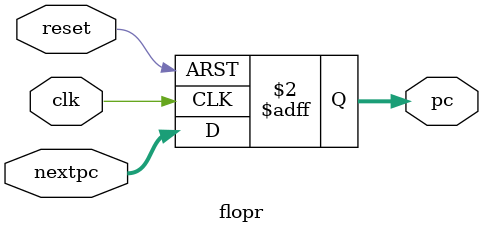
<source format=v>
module flopr(clk,reset,nextpc,pc);
input clk,reset;
input[31:0] nextpc;
output reg[31:0] pc;
always @(posedge clk or posedge reset)
begin
	if(reset) pc<=32'd0;
	else pc<=nextpc;
end
endmodule 
</source>
